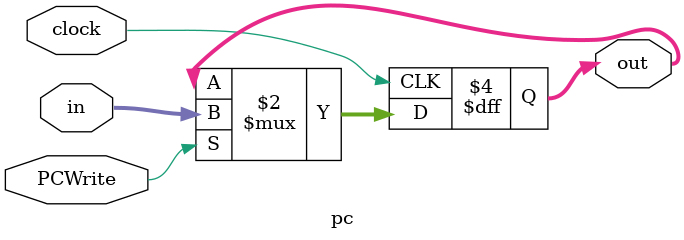
<source format=v>
module pc#(parameter W = 32)
(
input clock,
input PCWrite,
input [W-1:0] in,
output reg [W-1:0] out
);

always @(posedge clock)
	begin
	if(PCWrite)
		begin
		out <= in;
		end
	end
endmodule

</source>
